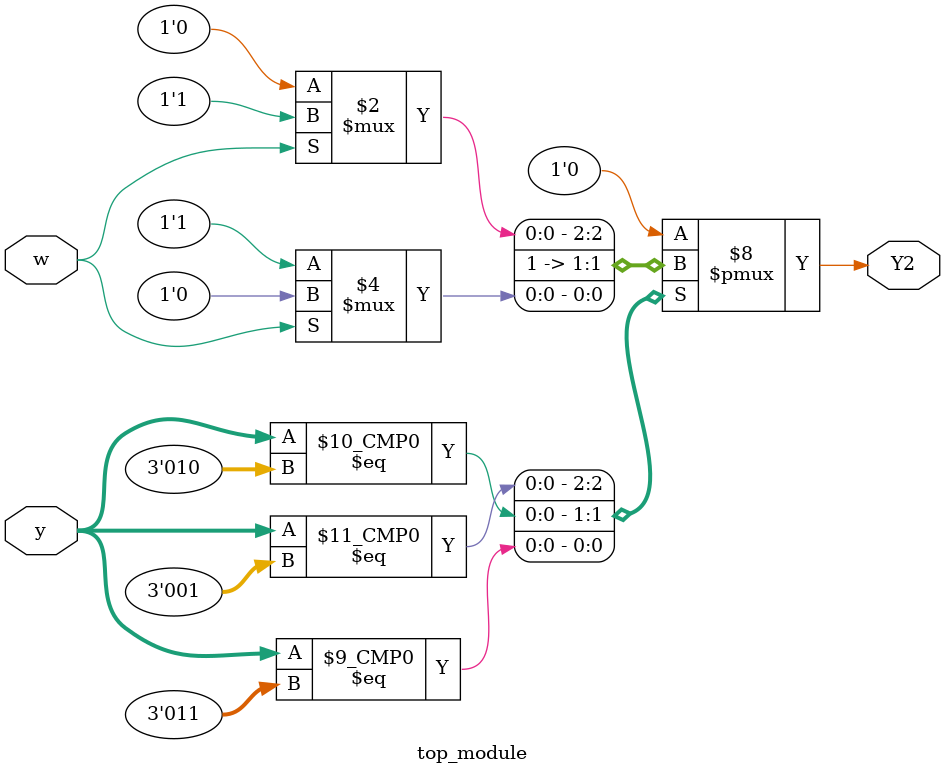
<source format=sv>
module top_module(
    input [3:1] y,
    input w,
    output reg Y2);

    // Define the states
    parameter A = 3'b000;
    parameter B = 3'b001;
    parameter C = 3'b010;
    parameter D = 3'b011;
    parameter E = 3'b100;
    parameter F = 3'b101;

    always @(*) begin
        case (y)
            A: Y2 = 1'b0; // A
            B: Y2 = w ? 1'b1 : 1'b0; // B: If w=0 -> C (y[2]=1'b0), If w=1 -> D (y[2]=1'b1)
            C: Y2 = w ? 1'b1 : 1'b1; // C: If w=0 -> E (y[2]=1'b1), If w=1 -> D (y[2]=1'b1)
            D: Y2 = w ? 1'b0 : 1'b1; // D: If w=0 -> F (y[2]=1'b1), If w=1 -> A (y[2]=1'b0)
            E: Y2 = 1'b0; // E
            F: Y2 = 1'b0; // F
            default: Y2 = 1'b0; // default case should never be hit
        endcase
    end

endmodule

</source>
